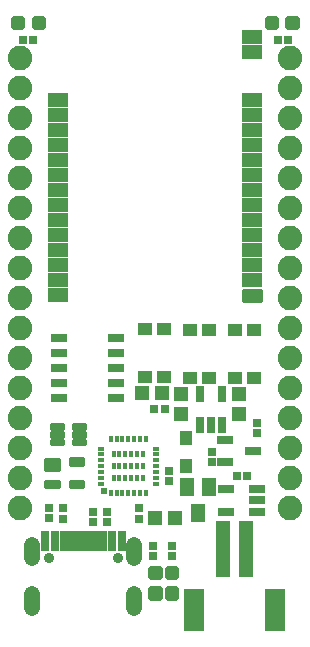
<source format=gbr>
G04 EAGLE Gerber RS-274X export*
G75*
%MOMM*%
%FSLAX34Y34*%
%LPD*%
%INSoldermask Top*%
%IPPOS*%
%AMOC8*
5,1,8,0,0,1.08239X$1,22.5*%
G01*
%ADD10R,0.300000X0.600000*%
%ADD11R,0.600000X0.300000*%
%ADD12R,0.500000X0.500000*%
%ADD13R,0.753200X1.403200*%
%ADD14R,1.203200X4.803200*%
%ADD15R,1.803200X3.603200*%
%ADD16R,1.203200X1.103200*%
%ADD17C,0.505344*%
%ADD18R,0.743200X0.803200*%
%ADD19R,1.203200X1.303200*%
%ADD20R,1.303200X1.203200*%
%ADD21R,0.803200X0.743200*%
%ADD22R,0.803200X1.653200*%
%ADD23R,0.503200X1.653200*%
%ADD24C,1.361200*%
%ADD25C,0.903200*%
%ADD26C,0.404144*%
%ADD27C,2.082800*%
%ADD28C,0.453416*%
%ADD29C,0.349006*%
%ADD30R,1.003200X1.203200*%
%ADD31R,1.203200X1.603200*%
%ADD32R,1.403200X0.753200*%
%ADD33R,1.473200X0.711200*%
%ADD34R,1.320800X0.685800*%
%ADD35R,1.803200X1.143200*%
%ADD36C,0.240072*%


D10*
X87000Y118000D03*
X92000Y118000D03*
X97000Y118000D03*
X102000Y118000D03*
X107000Y118000D03*
X112000Y118000D03*
X117000Y118000D03*
D11*
X125000Y126000D03*
X125000Y131000D03*
X125000Y136000D03*
X125000Y141000D03*
X125000Y146000D03*
X125000Y151000D03*
X125000Y156000D03*
D10*
X117000Y164000D03*
X112000Y164000D03*
X107000Y164000D03*
X102000Y164000D03*
X97000Y164000D03*
X92000Y164000D03*
X87000Y164000D03*
D11*
X79000Y156000D03*
X79000Y151000D03*
X79000Y146000D03*
X79000Y141000D03*
X79000Y136000D03*
X79000Y131000D03*
X79000Y126000D03*
D12*
X80975Y119975D03*
D10*
X89500Y131000D03*
X89500Y141000D03*
X89500Y151000D03*
X94500Y131000D03*
X94500Y141000D03*
X94500Y151000D03*
X99500Y131000D03*
X99500Y141000D03*
X99500Y151000D03*
X104500Y131000D03*
X104500Y141000D03*
X104500Y151000D03*
X109500Y131000D03*
X109500Y141000D03*
X109500Y151000D03*
X114500Y131000D03*
X114500Y141000D03*
X114500Y151000D03*
D13*
X162500Y175999D03*
X172000Y175999D03*
X181500Y175999D03*
X181500Y202001D03*
X162500Y202001D03*
D14*
X202000Y71000D03*
X182000Y71000D03*
D15*
X226000Y19000D03*
X158000Y19000D03*
D16*
X192000Y256500D03*
X208000Y256500D03*
X208000Y215500D03*
X192000Y215500D03*
X154000Y256500D03*
X170000Y256500D03*
X170000Y215500D03*
X154000Y215500D03*
D17*
X12180Y513050D02*
X12180Y520030D01*
X12180Y513050D02*
X5200Y513050D01*
X5200Y520030D01*
X12180Y520030D01*
X12180Y517850D02*
X5200Y517850D01*
X29720Y520030D02*
X29720Y513050D01*
X22740Y513050D01*
X22740Y520030D01*
X29720Y520030D01*
X29720Y517850D02*
X22740Y517850D01*
X237550Y520030D02*
X237550Y513050D01*
X237550Y520030D02*
X244530Y520030D01*
X244530Y513050D01*
X237550Y513050D01*
X237550Y517850D02*
X244530Y517850D01*
X220010Y520030D02*
X220010Y513050D01*
X220010Y520030D02*
X226990Y520030D01*
X226990Y513050D01*
X220010Y513050D01*
X220010Y517850D02*
X226990Y517850D01*
D18*
X228950Y502000D03*
X237590Y502000D03*
X21320Y502000D03*
X12680Y502000D03*
D19*
X195500Y185500D03*
X195500Y202500D03*
X146500Y202500D03*
X146500Y185500D03*
D18*
X132720Y189430D03*
X124080Y189430D03*
D20*
X130580Y202780D03*
X113580Y202780D03*
D16*
X132000Y216500D03*
X116000Y216500D03*
X116000Y257500D03*
X132000Y257500D03*
D21*
X211200Y177820D03*
X211200Y169180D03*
D22*
X31500Y77950D03*
X39500Y77950D03*
D23*
X61500Y77950D03*
X56500Y77950D03*
X51500Y77950D03*
X46500Y77950D03*
X66500Y77950D03*
X71500Y77950D03*
X76500Y77950D03*
X81500Y77950D03*
D22*
X88500Y77950D03*
X96500Y77950D03*
D24*
X20800Y74590D02*
X20800Y63010D01*
X107200Y63010D02*
X107200Y74590D01*
X20800Y32790D02*
X20800Y21210D01*
X107200Y21210D02*
X107200Y32790D01*
D25*
X35100Y63500D03*
X92900Y63500D03*
D21*
X47000Y105320D03*
X47000Y96680D03*
X72000Y93680D03*
X72000Y102320D03*
X84000Y93680D03*
X84000Y102320D03*
D20*
X124500Y97000D03*
X141500Y97000D03*
D21*
X136000Y137320D03*
X136000Y128680D03*
D26*
X46186Y173504D02*
X37294Y173504D01*
X37294Y175496D01*
X46186Y175496D01*
X46186Y173504D01*
X46186Y167004D02*
X37294Y167004D01*
X37294Y168996D01*
X46186Y168996D01*
X46186Y167004D01*
X46186Y160504D02*
X37294Y160504D01*
X37294Y162496D01*
X46186Y162496D01*
X46186Y160504D01*
X55694Y162496D02*
X64586Y162496D01*
X64586Y160504D01*
X55694Y160504D01*
X55694Y162496D01*
X55694Y168996D02*
X64586Y168996D01*
X64586Y167004D01*
X55694Y167004D01*
X55694Y168996D01*
X55694Y175496D02*
X64586Y175496D01*
X64586Y173504D01*
X55694Y173504D01*
X55694Y175496D01*
D17*
X121510Y36720D02*
X128490Y36720D01*
X128490Y29740D01*
X121510Y29740D01*
X121510Y36720D01*
X121510Y34540D02*
X128490Y34540D01*
X128490Y54260D02*
X121510Y54260D01*
X128490Y54260D02*
X128490Y47280D01*
X121510Y47280D01*
X121510Y54260D01*
X121510Y52080D02*
X128490Y52080D01*
D21*
X123000Y73320D03*
X123000Y64680D03*
D27*
X10000Y106000D03*
X10000Y131400D03*
X10000Y156800D03*
X10000Y182200D03*
X10000Y207600D03*
X10000Y233000D03*
X10000Y258400D03*
X10000Y283800D03*
X10000Y309200D03*
X10000Y334600D03*
X10000Y360000D03*
X10000Y385400D03*
X10000Y410800D03*
X10000Y436200D03*
X10000Y461600D03*
X10000Y487000D03*
X239000Y106000D03*
X239000Y131400D03*
X239000Y156800D03*
X239000Y182200D03*
X239000Y207600D03*
X239000Y233000D03*
X239000Y258400D03*
X239000Y283800D03*
X239000Y309200D03*
X239000Y334600D03*
X239000Y360000D03*
X239000Y385400D03*
X239000Y410800D03*
X239000Y436200D03*
X239000Y461600D03*
X239000Y487000D03*
D28*
X42399Y138901D02*
X32501Y138901D01*
X32501Y146299D01*
X42399Y146299D01*
X42399Y138901D01*
X42399Y143208D02*
X32501Y143208D01*
D29*
X31979Y123179D02*
X42921Y123179D01*
X31979Y123179D02*
X31979Y127621D01*
X42921Y127621D01*
X42921Y123179D01*
X42921Y126494D02*
X31979Y126494D01*
X53079Y123179D02*
X64021Y123179D01*
X53079Y123179D02*
X53079Y127621D01*
X64021Y127621D01*
X64021Y123179D01*
X64021Y126494D02*
X53079Y126494D01*
X53079Y142379D02*
X64021Y142379D01*
X53079Y142379D02*
X53079Y146821D01*
X64021Y146821D01*
X64021Y142379D01*
X64021Y145694D02*
X53079Y145694D01*
D30*
X151000Y164500D03*
X151000Y141500D03*
D31*
X161000Y101000D03*
X151500Y123000D03*
X170500Y123000D03*
D21*
X111000Y105320D03*
X111000Y96680D03*
D32*
X211001Y102500D03*
X211001Y112000D03*
X211001Y121500D03*
X184999Y121500D03*
X184999Y102500D03*
D18*
X193680Y133000D03*
X202320Y133000D03*
D21*
X139000Y64680D03*
X139000Y73320D03*
D17*
X135510Y36720D02*
X142490Y36720D01*
X142490Y29740D01*
X135510Y29740D01*
X135510Y36720D01*
X135510Y34540D02*
X142490Y34540D01*
X142490Y54260D02*
X135510Y54260D01*
X142490Y54260D02*
X142490Y47280D01*
X135510Y47280D01*
X135510Y54260D01*
X135510Y52080D02*
X142490Y52080D01*
D33*
X91130Y224000D03*
X91130Y211300D03*
X91130Y198600D03*
X91130Y236700D03*
X91130Y249400D03*
X42870Y249400D03*
X42870Y236700D03*
X42870Y224000D03*
X42870Y211300D03*
X42870Y198600D03*
D34*
X183662Y163500D03*
X183662Y144500D03*
X207538Y154000D03*
D21*
X34900Y105420D03*
X34900Y96780D03*
X172500Y153220D03*
X172500Y144580D03*
D35*
X42450Y285780D03*
X42450Y298480D03*
X42450Y311180D03*
X42450Y323880D03*
X42450Y336580D03*
X42450Y349280D03*
X42450Y361980D03*
X42450Y374680D03*
X42450Y387380D03*
X42450Y400080D03*
X42450Y412780D03*
X42450Y425480D03*
X42450Y438180D03*
D36*
X198824Y281264D02*
X214456Y281264D01*
X198824Y281264D02*
X198824Y290296D01*
X214456Y290296D01*
X214456Y281264D01*
X214456Y283545D02*
X198824Y283545D01*
X198824Y285826D02*
X214456Y285826D01*
X214456Y288107D02*
X198824Y288107D01*
D35*
X206640Y298480D03*
X206640Y311180D03*
X206640Y323880D03*
X206640Y336580D03*
X206640Y349280D03*
X206640Y361980D03*
X206640Y374680D03*
X206640Y387380D03*
X206640Y400080D03*
X206640Y412780D03*
X206640Y425480D03*
X206640Y438180D03*
X206640Y491780D03*
X206640Y504480D03*
X42450Y450880D03*
X206640Y450880D03*
M02*

</source>
